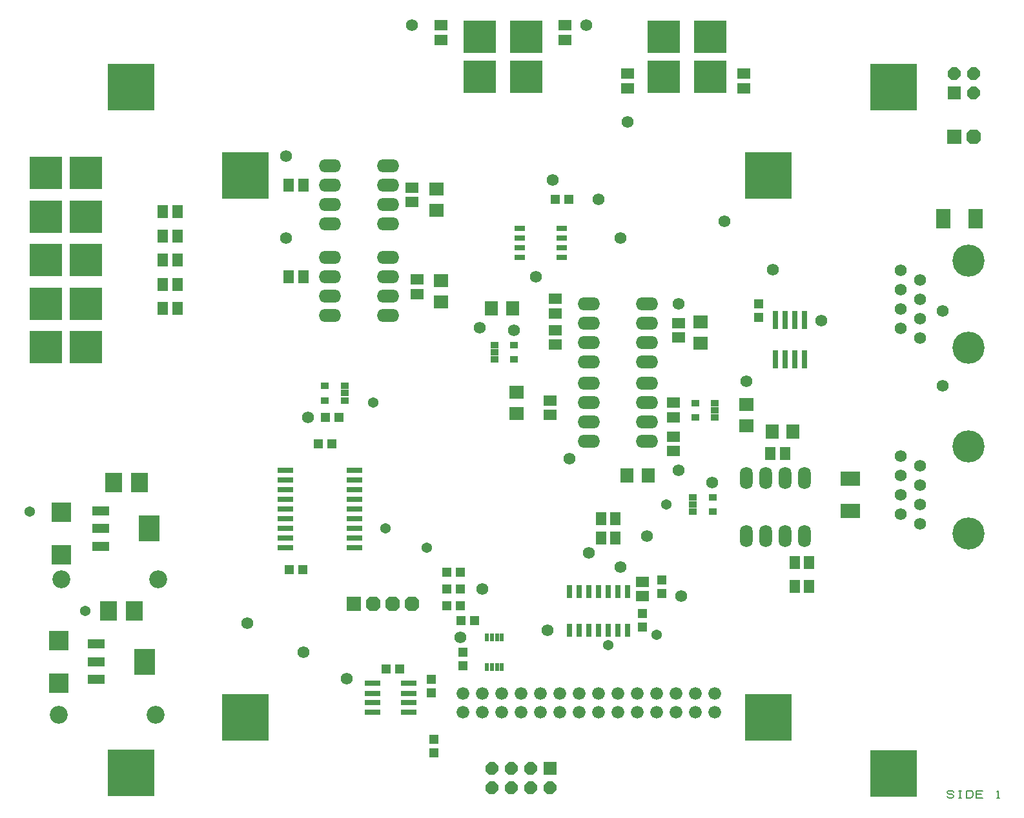
<source format=gts>
%FSLAX23Y23*%
%MOIN*%
G04 EasyPC Gerber Version 14.0.2 Build 2922 *
%ADD121O,0.06600X0.11600*%
%ADD112R,0.02214X0.04163*%
%ADD120R,0.03000X0.09300*%
%ADD134R,0.03002X0.06584*%
%ADD113R,0.04540X0.04930*%
%ADD116R,0.05700X0.06600*%
%ADD123R,0.06900X0.07690*%
%ADD125R,0.07588X0.09852*%
%ADD132R,0.08600X0.10100*%
%ADD131R,0.11131X0.13789*%
%ADD129R,0.16742X0.16939*%
%ADD109R,0.06600X0.06600*%
%ADD107R,0.07600X0.07600*%
%ADD133R,0.10100X0.10100*%
%ADD104R,0.24222X0.24222*%
%ADD16C,0.00787*%
%ADD105C,0.05400*%
%ADD119O,0.11600X0.06600*%
%ADD111R,0.08400X0.02800*%
%ADD128R,0.05580X0.02923*%
%ADD114R,0.04498X0.03317*%
%ADD117R,0.04930X0.04540*%
%ADD130R,0.08769X0.04891*%
%ADD118R,0.06600X0.05700*%
%ADD122R,0.07690X0.06900*%
%ADD124R,0.09852X0.07588*%
%ADD126C,0.06143*%
%ADD136C,0.06200*%
%ADD106C,0.06600*%
%ADD135C,0.09200*%
%AMT110*0 Octagon Pad at angle 0*4,1,8,-0.01366,-0.03300,0.01366,-0.03300,0.03300,-0.01366,0.03300,0.01366,0.01366,0.03300,-0.01366,0.03300,-0.03300,0.01366,-0.03300,-0.01366,-0.01366,-0.03300,0*%
%ADD110T110*%
%AMT108*0 Octagon Pad at angle 0*4,1,8,-0.01573,-0.03800,0.01573,-0.03800,0.03800,-0.01573,0.03800,0.01573,0.01573,0.03800,-0.01573,0.03800,-0.03800,0.01573,-0.03800,-0.01573,-0.01573,-0.03800,0*%
%ADD108T108*%
%ADD115R,0.16939X0.16742*%
%ADD127C,0.16600*%
X0Y0D02*
D02*
D16*
X5003Y346D02*
X5006Y340D01*
X5012Y337*
X5024*
X5031Y340*
X5034Y346*
X5031Y353*
X5024Y356*
X5012*
X5006Y359*
X5003Y365*
X5006Y371*
X5012Y374*
X5024*
X5031Y371*
X5034Y365*
X5062Y337D02*
X5074D01*
X5068D02*
Y374D01*
X5062D02*
X5074D01*
X5103Y337D02*
Y374D01*
X5121*
X5128Y371*
X5131Y368*
X5134Y362*
Y349*
X5131Y343*
X5128Y340*
X5121Y337*
X5103*
X5153D02*
Y374D01*
X5184*
X5178Y356D02*
X5153D01*
Y337D02*
X5184D01*
X5259D02*
X5271D01*
X5265D02*
Y374D01*
X5259Y368*
D02*
D104*
X790Y465D03*
Y4008D03*
X1378Y753D03*
Y3553D03*
X4078Y753D03*
Y3553D03*
X4727Y464D03*
Y4008D03*
D02*
D105*
X265Y1815D03*
X553Y1303D03*
X2040Y2378D03*
X2103Y1728D03*
X2315Y1628D03*
X3253Y1127D03*
X3503Y1178D03*
X3553Y1853D03*
D02*
D106*
X2503Y778D03*
Y877D03*
X2603Y778D03*
Y877D03*
X2703Y778D03*
Y877D03*
X2803Y778D03*
Y877D03*
X2903Y778D03*
Y877D03*
X3003Y778D03*
Y877D03*
X3103Y778D03*
Y877D03*
X3203Y778D03*
Y877D03*
X3303Y778D03*
Y877D03*
X3403Y778D03*
Y877D03*
X3503Y778D03*
Y877D03*
X3603Y778D03*
Y877D03*
X3703Y778D03*
Y877D03*
X3803Y778D03*
Y877D03*
D02*
D107*
X1940Y1340D03*
X5040Y3753D03*
D02*
D108*
X2040Y1340D03*
X2140D03*
X2240D03*
X5140Y3753D03*
D02*
D109*
X2953Y490D03*
X5040Y3978D03*
D02*
D110*
X2653Y390D03*
Y490D03*
X2753Y390D03*
Y490D03*
X2853Y390D03*
Y490D03*
X2953Y390D03*
X5040Y4078D03*
X5140Y3978D03*
Y4078D03*
D02*
D111*
X1587Y1628D03*
Y1678D03*
Y1728D03*
Y1778D03*
Y1828D03*
Y1878D03*
Y1928D03*
Y1978D03*
Y2028D03*
X1943Y1628D03*
Y1678D03*
Y1728D03*
Y1778D03*
Y1828D03*
Y1878D03*
Y1928D03*
Y1978D03*
Y2028D03*
X2035Y778D03*
Y828D03*
Y877D03*
Y928D03*
X2221Y778D03*
Y828D03*
Y877D03*
Y928D03*
D02*
D112*
X2627Y1014D03*
Y1166D03*
X2652Y1014D03*
Y1166D03*
X2678Y1014D03*
Y1166D03*
X2703Y1014D03*
Y1166D03*
D02*
D113*
X1605Y1515D03*
X1675D03*
X1755Y2165D03*
X1793Y2303D03*
X1825Y2165D03*
X1863Y2303D03*
X2105Y1002D03*
X2175D03*
X2418Y1328D03*
Y1415D03*
Y1503D03*
X2488Y1328D03*
Y1415D03*
Y1503D03*
X2493Y1252D03*
X2563D03*
X2980Y3428D03*
X3050D03*
D02*
D114*
X1789Y2390D03*
Y2465D03*
X1891Y2390D03*
Y2428D03*
Y2465D03*
X2664Y2603D03*
Y2640D03*
Y2677D03*
X2766Y2603D03*
Y2677D03*
X3689Y1815D03*
Y1853D03*
Y1890D03*
X3701Y2303D03*
Y2377D03*
X3791Y1815D03*
Y1890D03*
X3803Y2303D03*
Y2340D03*
Y2377D03*
D02*
D115*
X348Y2665D03*
Y2890D03*
Y3115D03*
Y3340D03*
Y3565D03*
X557Y2665D03*
Y2890D03*
Y3115D03*
Y3340D03*
Y3565D03*
D02*
D116*
X953Y2865D03*
Y2990D03*
Y3115D03*
Y3240D03*
Y3365D03*
X1028Y2865D03*
Y2990D03*
Y3115D03*
Y3240D03*
Y3365D03*
X1603Y3028D03*
Y3503D03*
X1678Y3028D03*
Y3503D03*
X3215Y1678D03*
Y1778D03*
X3290Y1678D03*
Y1778D03*
X4090Y2115D03*
X4165D03*
X4215Y1428D03*
Y1553D03*
X4290Y1428D03*
Y1553D03*
D02*
D117*
X2340Y880D03*
Y950D03*
X2353Y568D03*
Y638D03*
X2503Y1018D03*
Y1088D03*
X3428Y1218D03*
Y1288D03*
X3528Y1393D03*
Y1463D03*
X4028Y2818D03*
Y2888D03*
D02*
D118*
X2240Y3415D03*
Y3490D03*
X2265Y2940D03*
Y3015D03*
X2390Y4253D03*
Y4328D03*
X2953Y2315D03*
Y2390D03*
X2978Y2678D03*
Y2753D03*
Y2840D03*
Y2915D03*
X3028Y4253D03*
Y4328D03*
X3353Y4003D03*
Y4078D03*
X3428Y1378D03*
Y1453D03*
X3590Y2128D03*
Y2203D03*
Y2303D03*
Y2378D03*
X3615Y2715D03*
Y2790D03*
X3953Y4003D03*
Y4078D03*
D02*
D119*
X1815Y2828D03*
Y2928D03*
Y3028D03*
Y3128D03*
Y3303D03*
Y3403D03*
Y3503D03*
Y3603D03*
X2115Y2828D03*
Y2928D03*
Y3028D03*
Y3128D03*
Y3303D03*
Y3403D03*
Y3503D03*
Y3603D03*
X3153Y2178D03*
Y2278D03*
Y2378D03*
Y2478D03*
Y2590D03*
Y2690D03*
Y2790D03*
Y2890D03*
X3453Y2178D03*
Y2278D03*
Y2378D03*
Y2478D03*
Y2590D03*
Y2690D03*
Y2790D03*
Y2890D03*
D02*
D120*
X4115Y2603D03*
Y2807D03*
X4165Y2603D03*
Y2807D03*
X4215Y2603D03*
Y2807D03*
X4265Y2603D03*
Y2807D03*
D02*
D121*
X3965Y1690D03*
Y1990D03*
X4065Y1690D03*
Y1990D03*
X4165Y1690D03*
Y1990D03*
X4265Y1690D03*
Y1990D03*
D02*
D122*
X2365Y3373D03*
Y3483D03*
X2390Y2898D03*
Y3008D03*
X2778Y2322D03*
Y2433D03*
X3728Y2685D03*
Y2795D03*
X3965Y2260D03*
Y2370D03*
D02*
D123*
X2648Y2865D03*
X2758D03*
X3348Y2003D03*
X3458D03*
X4098Y2228D03*
X4207D03*
D02*
D124*
X4503Y1819D03*
Y1986D03*
D02*
D125*
X4982Y3328D03*
X5148D03*
D02*
D126*
X4763Y1803D03*
Y1903D03*
Y2003D03*
Y2103D03*
Y2763D03*
Y2863D03*
Y2963D03*
Y3063D03*
X4863Y1753D03*
Y1853D03*
Y1953D03*
Y2053D03*
Y2713D03*
Y2813D03*
Y2913D03*
Y3013D03*
D02*
D127*
X5113Y1703D03*
Y2153D03*
Y2663D03*
Y3113D03*
D02*
D128*
X2794Y3128D03*
Y3178D03*
Y3228D03*
Y3278D03*
X3011Y3128D03*
Y3178D03*
Y3228D03*
Y3278D03*
D02*
D129*
X2590Y4061D03*
Y4269D03*
X2828Y4061D03*
Y4269D03*
X3540Y4061D03*
Y4269D03*
X3778Y4061D03*
Y4269D03*
D02*
D130*
X608Y949D03*
Y1040D03*
Y1131D03*
X633Y1637D03*
Y1728D03*
Y1818D03*
D02*
D131*
X858Y1040D03*
X883Y1728D03*
D02*
D132*
X673Y1303D03*
X698Y1965D03*
X807Y1303D03*
X832Y1965D03*
D02*
D133*
X415Y930D03*
Y1150D03*
X428Y1593D03*
Y1813D03*
D02*
D134*
X3053Y1202D03*
Y1403D03*
X3103Y1202D03*
Y1403D03*
X3153Y1202D03*
Y1403D03*
X3203Y1202D03*
Y1403D03*
X3253Y1202D03*
Y1403D03*
X3303Y1202D03*
Y1403D03*
X3353Y1202D03*
Y1403D03*
D02*
D135*
X415Y765D03*
X428Y1465D03*
X915Y765D03*
X928Y1465D03*
D02*
D136*
X1390Y1240D03*
X1590Y3228D03*
Y3653D03*
X1678Y1090D03*
X1703Y2303D03*
X1903Y953D03*
X2240Y4328D03*
X2490Y1165D03*
X2590Y2765D03*
X2603Y1415D03*
X2765Y2753D03*
X2878Y3028D03*
X2940Y1202D03*
X2965Y3528D03*
X3053Y2090D03*
X3140Y4328D03*
X3153Y1603D03*
X3203Y3428D03*
X3315Y1528D03*
Y3228D03*
X3353Y3828D03*
X3453Y1690D03*
X3615Y2028D03*
Y2890D03*
X3628Y1378D03*
X3790Y1965D03*
X3853Y3315D03*
X3965Y2490D03*
X4103Y3065D03*
X4353Y2803D03*
X4978Y2465D03*
Y2853D03*
X0Y0D02*
M02*

</source>
